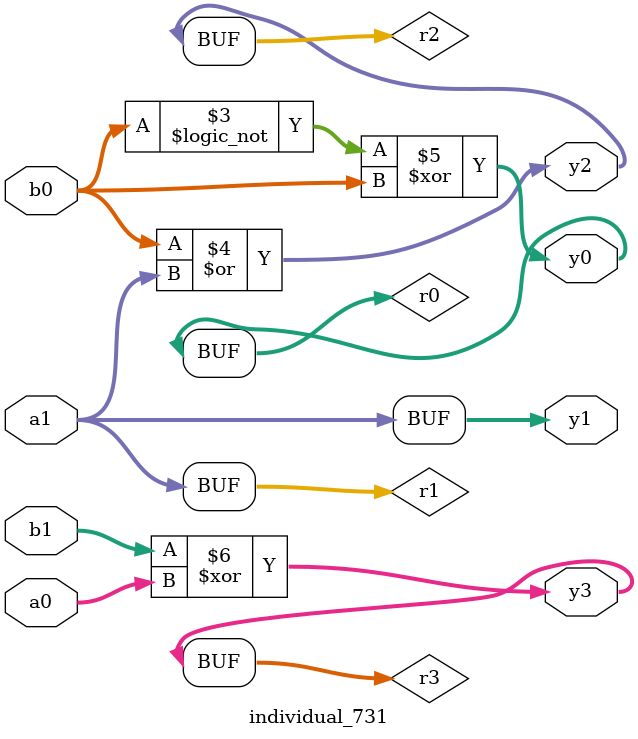
<source format=sv>
module individual_731(input logic [15:0] a1, input logic [15:0] a0, input logic [15:0] b1, input logic [15:0] b0, output logic [15:0] y3, output logic [15:0] y2, output logic [15:0] y1, output logic [15:0] y0);
logic [15:0] r0, r1, r2, r3; 
 always@(*) begin 
	 r0 = a0; r1 = a1; r2 = b0; r3 = b1; 
 	 r0  ^=  r3 ;
 	 r0 = ! b0 ;
 	 r2  |=  a1 ;
 	 r0  ^=  b0 ;
 	 r3  ^=  a0 ;
 	 y3 = r3; y2 = r2; y1 = r1; y0 = r0; 
end
endmodule
</source>
